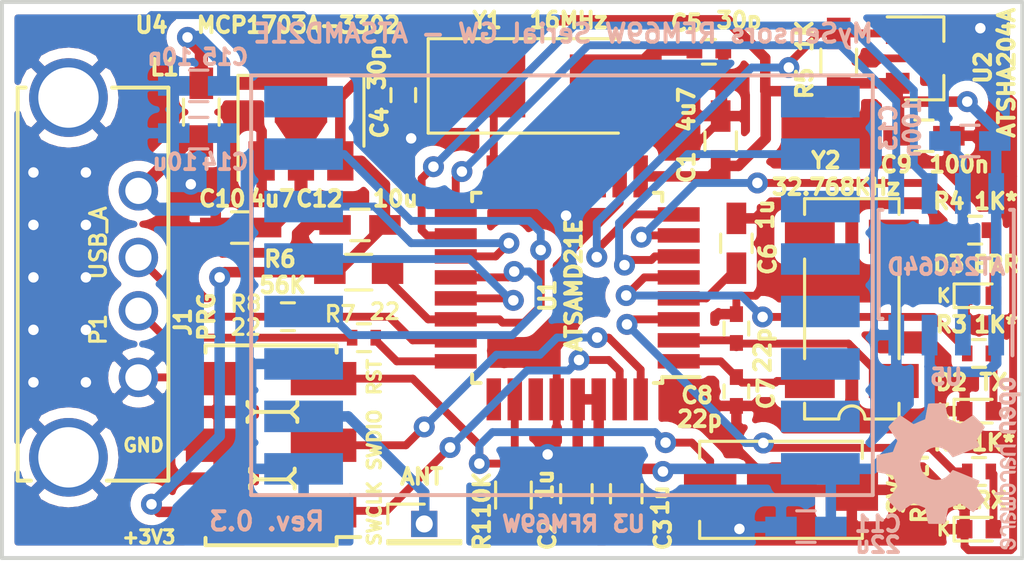
<source format=kicad_pcb>
(kicad_pcb (version 20170123) (host pcbnew no-vcs-found-feba091~58~ubuntu16.04.1)
  (layers (0 F.Cu signal) (31 B.Cu signal) (34 B.Paste user) (35 F.Paste user) (36 B.SilkS user) (37 F.SilkS user) (38 B.Mask user) (39 F.Mask user) (44 Edge.Cuts user))
  (net 0 "")
  (net 1 GND)
  (net 2 +3V3)
  (net 3 "Net-(C5-Pad1)")
  (net 4 "Net-(C6-Pad1)")
  (net 5 "Net-(C7-Pad1)")
  (net 6 "Net-(C8-Pad1)")
  (net 7 "Net-(D1-Pad2)")
  (net 8 "Net-(D2-Pad2)")
  (net 9 "Net-(D3-Pad2)")
  (net 10 /SWCLK)
  (net 11 /RST)
  (net 12 /SWDIO)
  (net 13 /USBDM)
  (net 14 /USBDP)
  (net 15 "Net-(P2-Pad1)")
  (net 16 /GW_RX_LED)
  (net 17 /GW_TX_LED)
  (net 18 /GW_ERR_LED)
  (net 19 /ATSHA204A)
  (net 20 /RFM69W_SS)
  (net 21 /MISO)
  (net 22 /SCK)
  (net 23 /MOSI)
  (net 24 /RFM69W_INT)
  (net 25 "Net-(C4-Pad1)")
  (net 26 /VBUS)
  (net 27 /SCL)
  (net 28 /SDA)
  (net 29 "Net-(C14-Pad2)")
  (net 30 "Net-(P1-Pad2)")
  (net 31 "Net-(P1-Pad3)")
  (module Resistors_SMD:R_0402 (layer F.Cu) (at 118.4 90.2 180)
    (fp_text reference R7 (at 0.9 0.9 180) (layer F.SilkS) (effects (font (size 0.6 0.6) (thickness 0.12))))
    (fp_text value 22 (at -0.8 1 180) (layer F.SilkS) (effects (font (size 0.6 0.6) (thickness 0.12))))
    (pad 1 smd rect (at -0.45 0 180) (size 0.4 0.6) (layers F.Cu F.Paste F.Mask) (net 14 /USBDP))
    (pad 2 smd rect (at 0.45 0 180) (size 0.4 0.6) (layers F.Cu F.Paste F.Mask) (net 31 "Net-(P1-Pad3)"))
  )
  (module Resistors_SMD:R_0402 (layer F.Cu) (at 115.5 89.4 180)
    (fp_text reference R8 (at 1.6 0.5 180) (layer F.SilkS) (effects (font (size 0.6 0.6) (thickness 0.12))))
    (fp_text value 22 (at 1.6 -0.4 180) (layer F.SilkS) (effects (font (size 0.6 0.6) (thickness 0.12))))
    (pad 2 smd rect (at 0.45 0 180) (size 0.4 0.6) (layers F.Cu F.Paste F.Mask) (net 30 "Net-(P1-Pad2)"))
    (pad 1 smd rect (at -0.45 0 180) (size 0.4 0.6) (layers F.Cu F.Paste F.Mask) (net 13 /USBDM))
  )
  (module myfootprints:USB_A_top (layer F.Cu) (at 109.8 84.6 270)
    (fp_text reference P1 (at 5.28886 1.52888 270) (layer F.SilkS) (effects (font (size 0.6 0.6) (thickness 0.12))))
    (fp_text value USB_A (at 1.98686 1.52888 270) (layer F.SilkS) (effects (font (size 0.6 0.6) (thickness 0.12))))
    (pad 5 thru_hole circle (at -3.55514 2.66488 180) (size 2.99974 2.99974) (drill 2.30124) (layers *.Cu *.Mask) (net 1 GND))
    (pad 5 thru_hole circle (at 10.16086 2.66488 180) (size 2.99974 2.99974) (drill 2.30124) (layers *.Cu *.Mask) (net 1 GND))
    (pad 1 thru_hole circle (at 0.00086 -0.00212 180) (size 1.50114 1.50114) (drill 1.00076) (layers *.Cu *.Mask) (net 29 "Net-(C14-Pad2)"))
    (pad 2 thru_hole circle (at 2.54086 -0.00212 180) (size 1.50114 1.50114) (drill 1.00076) (layers *.Cu *.Mask) (net 30 "Net-(P1-Pad2)"))
    (pad 3 thru_hole circle (at 4.57286 -0.00212 180) (size 1.50114 1.50114) (drill 1.00076) (layers *.Cu *.Mask) (net 31 "Net-(P1-Pad3)"))
    (pad 4 thru_hole circle (at 7.11286 -0.00212 180) (size 1.50114 1.50114) (drill 1.00076) (layers *.Cu *.Mask) (net 1 GND))
  )
  (module myfootprints:1pin (layer F.Cu) (at 107.8 91.9)
    (fp_text reference REF** hide)
    (fp_text value 1pin hide)
    (pad "" thru_hole circle (at 0 0) (size 0.8 0.8) (drill 0.4) (layers *.Cu) (net 1 GND))
  )
  (module myfootprints:1pin (layer F.Cu) (at 105.8 91.9)
    (fp_text reference REF** hide)
    (fp_text value 1pin hide)
    (pad "" thru_hole circle (at 0 0) (size 0.8 0.8) (drill 0.4) (layers *.Cu) (net 1 GND))
  )
  (module myfootprints:1pin (layer F.Cu) (at 107.8 89.9)
    (fp_text reference REF** hide)
    (fp_text value 1pin hide)
    (pad "" thru_hole circle (at 0 0) (size 0.8 0.8) (drill 0.4) (layers *.Cu) (net 1 GND))
  )
  (module myfootprints:1pin (layer F.Cu) (at 105.8 89.9)
    (fp_text reference REF** hide)
    (fp_text value 1pin hide)
    (pad "" thru_hole circle (at 0 0) (size 0.8 0.8) (drill 0.4) (layers *.Cu) (net 1 GND))
  )
  (module myfootprints:1pin (layer F.Cu) (at 107.8 87.9)
    (fp_text reference REF** hide)
    (fp_text value 1pin hide)
    (pad "" thru_hole circle (at 0 0) (size 0.8 0.8) (drill 0.4) (layers *.Cu) (net 1 GND))
  )
  (module myfootprints:1pin (layer F.Cu) (at 105.8 87.9)
    (fp_text reference REF** hide)
    (fp_text value 1pin hide)
    (pad "" thru_hole circle (at 0 0) (size 0.8 0.8) (drill 0.4) (layers *.Cu) (net 1 GND))
  )
  (module myfootprints:1pin (layer F.Cu) (at 107.8 85.9)
    (fp_text reference REF** hide)
    (fp_text value 1pin hide)
    (pad "" thru_hole circle (at 0 0) (size 0.8 0.8) (drill 0.4) (layers *.Cu) (net 1 GND))
  )
  (module myfootprints:1pin (layer F.Cu) (at 105.8 85.9)
    (fp_text reference REF** hide)
    (fp_text value 1pin hide)
    (pad "" thru_hole circle (at 0 0) (size 0.8 0.8) (drill 0.4) (layers *.Cu) (net 1 GND))
  )
  (module myfootprints:1pin (layer F.Cu) (at 107.8 83.9)
    (fp_text reference REF** hide)
    (fp_text value 1pin hide)
    (pad "" thru_hole circle (at 0 0) (size 0.8 0.8) (drill 0.4) (layers *.Cu) (net 1 GND))
  )
  (module myfootprints:1pin (layer F.Cu) (at 105.8 83.9)
    (fp_text reference REF** hide)
    (fp_text value 1pin hide)
    (pad "" thru_hole circle (at 0 0) (size 0.8 0.8) (drill 0.4) (layers *.Cu) (net 1 GND))
  )
  (module Symbols:OSHW-Logo2_7.3x6mm_SilkScreen (layer B.Cu) (at 140.7 95 270)
    (fp_text reference REF*** hide)
    (fp_text value OSHW-Logo2_7.3x6mm_SilkScreen hide)
  )
  (module Resistors_SMD:R_0402 (layer F.Cu) (at 141.7 86.1 180)
    (fp_text reference R4 (at 1 1.1 180) (layer F.SilkS) (effects (font (size 0.6 0.6))))
    (fp_text value 1K* (at -0.8 1.1 180) (layer F.SilkS) (effects (font (size 0.6 0.6))))
    (pad 1 smd rect (at -0.45 0 180) (size 0.4 0.6) (layers F.Cu F.Paste F.Mask) (net 9 "Net-(D3-Pad2)"))
    (pad 2 smd rect (at 0.45 0 180) (size 0.4 0.6) (layers F.Cu F.Paste F.Mask) (net 18 /GW_ERR_LED))
  )
  (module Resistors_SMD:R_0402 (layer F.Cu) (at 141.85 95.3 180)
    (fp_text reference R2 (at 1.15 1.1 180) (layer F.SilkS) (effects (font (size 0.6 0.6))))
    (fp_text value 1K* (at -0.55 1.1 180) (layer F.SilkS) (effects (font (size 0.6 0.6))))
    (pad 1 smd rect (at -0.45 0 180) (size 0.4 0.6) (layers F.Cu F.Paste F.Mask) (net 7 "Net-(D1-Pad2)"))
    (pad 2 smd rect (at 0.45 0 180) (size 0.4 0.6) (layers F.Cu F.Paste F.Mask) (net 16 /GW_RX_LED))
  )
  (module Resistors_SMD:R_0402 (layer F.Cu) (at 141.85 90.8 180)
    (fp_text reference R3 (at 1.05 1.1 180) (layer F.SilkS) (effects (font (size 0.6 0.6))))
    (fp_text value 1K* (at -0.65 1.1 180) (layer F.SilkS) (effects (font (size 0.6 0.6))))
    (pad 1 smd rect (at -0.45 0 180) (size 0.4 0.6) (layers F.Cu F.Paste F.Mask) (net 8 "Net-(D2-Pad2)"))
    (pad 2 smd rect (at 0.45 0 180) (size 0.4 0.6) (layers F.Cu F.Paste F.Mask) (net 17 /GW_TX_LED))
  )
  (module LEDs:LED_0402 (layer F.Cu) (at 141.85 88.6)
    (fp_text reference D3 (at -1.15 -1.2) (layer F.SilkS) (effects (font (size 0.6 0.6))))
    (fp_text value ERR (at 0.65 -1.2 -180) (layer F.SilkS) (effects (font (size 0.6 0.6))))
    (pad 2 smd rect (at 0.55 0 180) (size 0.6 0.7) (layers F.Cu F.Paste F.Mask) (net 9 "Net-(D3-Pad2)"))
    (pad 1 smd rect (at -0.55 0 180) (size 0.6 0.7) (layers F.Cu F.Paste F.Mask) (net 1 GND))
  )
  (module LEDs:LED_0402 (layer F.Cu) (at 141.85 93)
    (fp_text reference D2 (at -1.05 -1.1) (layer F.SilkS) (effects (font (size 0.6 0.6))))
    (fp_text value TX (at 0.55 -1.1 -180) (layer F.SilkS) (effects (font (size 0.6 0.6))))
    (pad 2 smd rect (at 0.55 0 180) (size 0.6 0.7) (layers F.Cu F.Paste F.Mask) (net 8 "Net-(D2-Pad2)"))
    (pad 1 smd rect (at -0.55 0 180) (size 0.6 0.7) (layers F.Cu F.Paste F.Mask) (net 1 GND))
  )
  (module LEDs:LED_0402 (layer F.Cu) (at 141.85 97.5)
    (fp_text reference D1 (at -1.05 -1.1) (layer F.SilkS) (effects (font (size 0.6 0.6))))
    (fp_text value RX (at 0.45 -1.1) (layer F.SilkS) (effects (font (size 0.6 0.6))))
    (pad 2 smd rect (at 0.55 0 180) (size 0.6 0.7) (layers F.Cu F.Paste F.Mask) (net 7 "Net-(D1-Pad2)"))
    (pad 1 smd rect (at -0.55 0 180) (size 0.6 0.7) (layers F.Cu F.Paste F.Mask) (net 1 GND))
  )
  (module Crystals:Crystal_SMD_SeikoEpson_MC306-4pin_8.0x3.2mm (layer F.Cu) (at 137 89.1 90)
    (fp_text reference Y2 (at 5.661 -0.983 -180) (layer F.SilkS) (effects (font (size 0.6 0.6))))
    (fp_text value 32.768KHz (at 4.645 -0.602) (layer F.SilkS) (effects (font (size 0.6 0.6))))
    (pad 1 smd rect (at -2.75 1.6 90) (size 1.3 1.9) (layers F.Cu F.Mask) (net 5 "Net-(C7-Pad1)"))
    (pad 2 smd rect (at 2.75 1.6 90) (size 1.3 1.9) (layers F.Cu F.Mask))
    (pad 3 smd rect (at 2.75 -1.6 90) (size 1.3 1.9) (layers F.Cu F.Mask))
    (pad 4 smd rect (at -2.75 -1.6 90) (size 1.3 1.9) (layers F.Cu F.Mask) (net 6 "Net-(C8-Pad1)"))
  )
  (module Pin_Headers:Pin_Header_Straight_1x01_Pitch1.27mm (layer F.Cu) (at 120.7 97.3)
    (fp_text reference P2 hide)
    (fp_text value ANT (at -0.1 -1.8) (layer F.SilkS) (effects (font (size 0.6 0.6))))
    (pad 1 thru_hole rect (at 0 0) (size 1 1) (drill 0.65) (layers *.Cu *.Mask) (net 15 "Net-(P2-Pad1)"))
  )
  (module Capacitors_SMD:C_0603_HandSoldering (layer F.Cu) (at 132.6 86.6 90)
    (fp_text reference C6 (at -0.6 1.2 270) (layer F.SilkS) (effects (font (size 0.6 0.6))))
    (fp_text value 1u (at 1.1 1.1 270) (layer F.SilkS) (effects (font (size 0.6 0.6))))
    (pad 1 smd rect (at -0.95 0 90) (size 1.2 0.75) (layers F.Cu F.Paste F.Mask) (net 4 "Net-(C6-Pad1)"))
    (pad 2 smd rect (at 0.95 0 90) (size 1.2 0.75) (layers F.Cu F.Paste F.Mask) (net 1 GND))
  )
  (module Capacitors_SMD:C_0402 (layer F.Cu) (at 132.6 89.85 90)
    (fp_text reference C7 (at -2.479 1.131 90) (layer F.SilkS) (effects (font (size 0.6 0.6))))
    (fp_text value 22p (at -0.828 1.004 90) (layer F.SilkS) (effects (font (size 0.6 0.6))))
    (pad 1 smd rect (at -0.55 0 90) (size 0.6 0.5) (layers F.Cu F.Paste F.Mask) (net 5 "Net-(C7-Pad1)"))
    (pad 2 smd rect (at 0.55 0 90) (size 0.6 0.5) (layers F.Cu F.Paste F.Mask) (net 1 GND))
  )
  (module Capacitors_SMD:C_0402 (layer F.Cu) (at 119.9 80.95 270)
    (fp_text reference C4 (at 1.05 0.9 270) (layer F.SilkS) (effects (font (size 0.6 0.6))))
    (fp_text value 30p (at -1.05 1 270) (layer F.SilkS) (effects (font (size 0.6 0.6))))
    (pad 1 smd rect (at -0.55 0 270) (size 0.6 0.5) (layers F.Cu F.Paste F.Mask) (net 25 "Net-(C4-Pad1)"))
    (pad 2 smd rect (at 0.55 0 270) (size 0.6 0.5) (layers F.Cu F.Paste F.Mask) (net 1 GND))
  )
  (module Capacitors_SMD:C_0603_HandSoldering (layer F.Cu) (at 139.75 82.5)
    (fp_text reference C9 (at -1.05 1.1) (layer F.SilkS) (effects (font (size 0.6 0.6))))
    (fp_text value 100n (at 1.35 1.1) (layer F.SilkS) (effects (font (size 0.6 0.6))))
    (pad 1 smd rect (at -0.95 0) (size 1.2 0.75) (layers F.Cu F.Paste F.Mask) (net 2 +3V3))
    (pad 2 smd rect (at 0.95 0) (size 1.2 0.75) (layers F.Cu F.Paste F.Mask) (net 1 GND))
  )
  (module Capacitors_SMD:C_0603_HandSoldering (layer F.Cu) (at 132 82.7 90)
    (fp_text reference C1 (at -1 -1.3 90) (layer F.SilkS) (effects (font (size 0.6 0.6))))
    (fp_text value 4u7 (at 1.2 -1.3 90) (layer F.SilkS) (effects (font (size 0.6 0.6))))
    (pad 2 smd rect (at 0.95 0 90) (size 1.2 0.75) (layers F.Cu F.Paste F.Mask) (net 1 GND))
    (pad 1 smd rect (at -0.95 0 90) (size 1.2 0.75) (layers F.Cu F.Paste F.Mask) (net 2 +3V3))
  )
  (module Capacitors_SMD:C_0603_HandSoldering (layer F.Cu) (at 126.5 96.15 90)
    (fp_text reference C2 (at -1.55 -1.1 90) (layer F.SilkS) (effects (font (size 0.6 0.6))))
    (fp_text value 1u (at 0.35 -1.2 90) (layer F.SilkS) (effects (font (size 0.6 0.6))))
    (pad 2 smd rect (at 0.95 0 90) (size 1.2 0.75) (layers F.Cu F.Paste F.Mask) (net 2 +3V3))
    (pad 1 smd rect (at -0.95 0 90) (size 1.2 0.75) (layers F.Cu F.Paste F.Mask) (net 1 GND))
  )
  (module Capacitors_SMD:C_0603_HandSoldering (layer F.Cu) (at 128.4 96.15 270)
    (fp_text reference C3 (at 1.55 -1.4 270) (layer F.SilkS) (effects (font (size 0.6 0.6))))
    (fp_text value 1u (at 0.25 -1.3 270) (layer F.SilkS) (effects (font (size 0.6 0.6))))
    (pad 1 smd rect (at -0.95 0 270) (size 1.2 0.75) (layers F.Cu F.Paste F.Mask) (net 2 +3V3))
    (pad 2 smd rect (at 0.95 0 270) (size 1.2 0.75) (layers F.Cu F.Paste F.Mask) (net 1 GND))
  )
  (module Capacitors_SMD:C_0402 (layer F.Cu) (at 131.55 79.3)
    (fp_text reference C5 (at -0.85 -1.1) (layer F.SilkS) (effects (font (size 0.6 0.6))))
    (fp_text value 30p (at 1.15 -1.2) (layer F.SilkS) (effects (font (size 0.6 0.6))))
    (pad 1 smd rect (at -0.55 0) (size 0.6 0.5) (layers F.Cu F.Paste F.Mask) (net 3 "Net-(C5-Pad1)"))
    (pad 2 smd rect (at 0.55 0) (size 0.6 0.5) (layers F.Cu F.Paste F.Mask) (net 1 GND))
  )
  (module Capacitors_SMD:C_0402 (layer F.Cu) (at 132.6 92.25 270)
    (fp_text reference C8 (at 0.15 1.5) (layer F.SilkS) (effects (font (size 0.6 0.6))))
    (fp_text value 22p (at 1.05 1.4) (layer F.SilkS) (effects (font (size 0.6 0.6))))
    (pad 1 smd rect (at -0.55 0 270) (size 0.6 0.5) (layers F.Cu F.Paste F.Mask) (net 6 "Net-(C8-Pad1)"))
    (pad 2 smd rect (at 0.55 0 270) (size 0.6 0.5) (layers F.Cu F.Paste F.Mask) (net 1 GND))
  )
  (module Capacitors_SMD:C_0603_HandSoldering (layer F.Cu) (at 113.7 86 180)
    (fp_text reference C10 (at 0.7 1.1 180) (layer F.SilkS) (effects (font (size 0.6 0.6))))
    (fp_text value 4u7 (at -1.2 1.1 180) (layer F.SilkS) (effects (font (size 0.6 0.6))))
    (pad 1 smd rect (at -0.95 0 180) (size 1.2 0.75) (layers F.Cu F.Paste F.Mask) (net 26 /VBUS))
    (pad 2 smd rect (at 0.95 0 180) (size 1.2 0.75) (layers F.Cu F.Paste F.Mask) (net 1 GND))
  )
  (module Capacitors_SMD:C_0603_HandSoldering (layer B.Cu) (at 135.25 97.4 180)
    (fp_text reference C11 (at -2.75 0.1 180) (layer B.SilkS) (effects (font (size 0.6 0.6)) (justify mirror)))
    (fp_text value 22u (at -2.75 -0.7 180) (layer B.SilkS) (effects (font (size 0.6 0.6)) (justify mirror)))
    (pad 2 smd rect (at 0.95 0 180) (size 1.2 0.75) (layers B.Cu B.Paste B.Mask) (net 1 GND))
    (pad 1 smd rect (at -0.95 0 180) (size 1.2 0.75) (layers B.Cu B.Paste B.Mask) (net 2 +3V3))
  )
  (module Capacitors_SMD:C_0603_HandSoldering (layer F.Cu) (at 118.25 85.9 180)
    (fp_text reference C12 (at 1.55 1 180) (layer F.SilkS) (effects (font (size 0.6 0.6))))
    (fp_text value 10u (at -1.35 1 180) (layer F.SilkS) (effects (font (size 0.6 0.6))))
    (pad 1 smd rect (at -0.95 0 180) (size 1.2 0.75) (layers F.Cu F.Paste F.Mask) (net 2 +3V3))
    (pad 2 smd rect (at 0.95 0 180) (size 1.2 0.75) (layers F.Cu F.Paste F.Mask) (net 1 GND))
  )
  (module myfootprints:AVR_ISP_SMT_Small_02x03 (layer F.Cu) (at 114.86 94.3 90)
    (fp_text reference J1 (at 4.7 -3.36 270) (layer F.SilkS) (effects (font (size 0.6 0.6))))
    (fp_text value PRG (at 4.9 -2.46 270) (layer F.SilkS) (effects (font (size 0.6 0.6))))
    (pad 1 smd rect (at -2.5 2 90) (size 1.27 2.5) (layers F.Cu F.Paste F.Mask) (net 10 /SWCLK))
    (pad 3 smd rect (at 0 2 90) (size 1.27 2.5) (layers F.Cu F.Paste F.Mask) (net 12 /SWDIO))
    (pad 5 smd rect (at 2.54 2 90) (size 1.27 2.5) (layers F.Cu F.Paste F.Mask) (net 11 /RST))
    (pad 6 smd rect (at 2.54 -2 90) (size 1.27 2.5) (layers F.Cu F.Paste F.Mask) (net 1 GND))
    (pad 4 smd rect (at 0 -2 90) (size 1.27 2.5) (layers F.Cu F.Paste F.Mask) (net 1 GND))
    (pad 2 smd rect (at -2.54 -2 90) (size 1.27 2.5) (layers F.Cu F.Paste F.Mask) (net 2 +3V3))
  )
  (module Resistors_SMD:R_0603_HandSoldering (layer F.Cu) (at 112.2 81.6 90)
    (fp_text reference L1 (at 1.7 -1.4 180) (layer F.SilkS) (effects (font (size 0.6 0.6))))
    (fp_text value BLM18HE152SN1D hide)
    (pad 2 smd rect (at 1.1 0 90) (size 1.2 0.9) (layers F.Cu F.Paste F.Mask) (net 26 /VBUS))
    (pad 1 smd rect (at -1.1 0 90) (size 1.2 0.9) (layers F.Cu F.Paste F.Mask) (net 29 "Net-(C14-Pad2)"))
  )
  (module Resistors_SMD:R_0603_HandSoldering (layer F.Cu) (at 124.1 96.2 270)
    (fp_text reference R1 (at 1.5 1.2 270) (layer F.SilkS) (effects (font (size 0.6 0.6))))
    (fp_text value 10K (at 0 1.2 270) (layer F.SilkS) (effects (font (size 0.6 0.6))))
    (pad 2 smd rect (at 1.1 0 270) (size 1.2 0.9) (layers F.Cu F.Paste F.Mask) (net 2 +3V3))
    (pad 1 smd rect (at -1.1 0 270) (size 1.2 0.9) (layers F.Cu F.Paste F.Mask) (net 11 /RST))
  )
  (module Resistors_SMD:R_0603_HandSoldering (layer F.Cu) (at 136.5 79.7 270)
    (fp_text reference R5 (at 0.8 1.3 270) (layer F.SilkS) (effects (font (size 0.6 0.6))))
    (fp_text value 1K (at -1 1.3 270) (layer F.SilkS) (effects (font (size 0.6 0.6))))
    (pad 1 smd rect (at -1.1 0 270) (size 1.2 0.9) (layers F.Cu F.Paste F.Mask) (net 19 /ATSHA204A))
    (pad 2 smd rect (at 1.1 0 270) (size 1.2 0.9) (layers F.Cu F.Paste F.Mask) (net 2 +3V3))
  )
  (module Resistors_SMD:R_0603_HandSoldering (layer F.Cu) (at 118.2 87.7 180)
    (fp_text reference R6 (at 3 0.5) (layer F.SilkS) (effects (font (size 0.6 0.6))))
    (fp_text value 56K (at 2.9 -0.5) (layer F.SilkS) (effects (font (size 0.6 0.6))))
    (pad 1 smd rect (at -1.1 0 180) (size 1.2 0.9) (layers F.Cu F.Paste F.Mask) (net 20 /RFM69W_SS))
    (pad 2 smd rect (at 1.1 0 180) (size 1.2 0.9) (layers F.Cu F.Paste F.Mask) (net 2 +3V3))
  )
  (module Buttons_Switches_SMD:SW_SPST_EVQPE1 (layer F.Cu) (at 134.3 96)
    (fp_text reference SW1 (at 4.4 0 90) (layer F.SilkS) (effects (font (size 0.6 0.6))))
    (fp_text value RESET (at 5.3 -0.1 90) (layer F.SilkS) (effects (font (size 0.6 0.6))))
    (pad 1 smd rect (at -2.7 0) (size 2 1.6) (layers F.Cu F.Paste F.Mask) (net 11 /RST))
    (pad 2 smd rect (at 2.7 0) (size 2 1.6) (layers F.Cu F.Paste F.Mask) (net 1 GND))
  )
  (module Housings_QFP:TQFP-32_7x7mm_Pitch0.8mm (layer F.Cu) (at 126.15 88.3 180)
    (fp_text reference U1 (at 0.75 -0.3 270) (layer F.SilkS) (effects (font (size 0.6 0.6))))
    (fp_text value ATSAMD21E (at -0.25 0.1 270) (layer F.SilkS) (effects (font (size 0.6 0.6))))
    (pad 32 smd rect (at -2.8 -4.25 270) (size 1.6 0.55) (layers F.Cu F.Paste F.Mask) (net 12 /SWDIO))
    (pad 31 smd rect (at -2 -4.25 270) (size 1.6 0.55) (layers F.Cu F.Paste F.Mask) (net 10 /SWCLK))
    (pad 30 smd rect (at -1.2 -4.25 270) (size 1.6 0.55) (layers F.Cu F.Paste F.Mask) (net 2 +3V3))
    (pad 29 smd rect (at -0.4 -4.25 270) (size 1.6 0.55) (layers F.Cu F.Paste F.Mask) (net 2 +3V3))
    (pad 28 smd rect (at 0.4 -4.25 270) (size 1.6 0.55) (layers F.Cu F.Paste F.Mask) (net 1 GND))
    (pad 27 smd rect (at 1.2 -4.25 270) (size 1.6 0.55) (layers F.Cu F.Paste F.Mask))
    (pad 26 smd rect (at 2 -4.25 270) (size 1.6 0.55) (layers F.Cu F.Paste F.Mask) (net 11 /RST))
    (pad 25 smd rect (at 2.8 -4.25 270) (size 1.6 0.55) (layers F.Cu F.Paste F.Mask))
    (pad 24 smd rect (at 4.25 -2.8 180) (size 1.6 0.55) (layers F.Cu F.Paste F.Mask) (net 14 /USBDP))
    (pad 23 smd rect (at 4.25 -2 180) (size 1.6 0.55) (layers F.Cu F.Paste F.Mask) (net 13 /USBDM))
    (pad 22 smd rect (at 4.25 -1.2 180) (size 1.6 0.55) (layers F.Cu F.Paste F.Mask) (net 20 /RFM69W_SS))
    (pad 21 smd rect (at 4.25 -0.4 180) (size 1.6 0.55) (layers F.Cu F.Paste F.Mask) (net 21 /MISO))
    (pad 20 smd rect (at 4.25 0.4 180) (size 1.6 0.55) (layers F.Cu F.Paste F.Mask) (net 22 /SCK))
    (pad 19 smd rect (at 4.25 1.2 180) (size 1.6 0.55) (layers F.Cu F.Paste F.Mask) (net 23 /MOSI))
    (pad 18 smd rect (at 4.25 2 180) (size 1.6 0.55) (layers F.Cu F.Paste F.Mask) (net 27 /SCL))
    (pad 17 smd rect (at 4.25 2.8 180) (size 1.6 0.55) (layers F.Cu F.Paste F.Mask) (net 28 /SDA))
    (pad 16 smd rect (at 2.8 4.25 270) (size 1.6 0.55) (layers F.Cu F.Paste F.Mask) (net 25 "Net-(C4-Pad1)"))
    (pad 15 smd rect (at 2 4.25 270) (size 1.6 0.55) (layers F.Cu F.Paste F.Mask) (net 3 "Net-(C5-Pad1)"))
    (pad 14 smd rect (at 1.2 4.25 270) (size 1.6 0.55) (layers F.Cu F.Paste F.Mask))
    (pad 13 smd rect (at 0.4 4.25 270) (size 1.6 0.55) (layers F.Cu F.Paste F.Mask))
    (pad 12 smd rect (at -0.4 4.25 270) (size 1.6 0.55) (layers F.Cu F.Paste F.Mask))
    (pad 11 smd rect (at -1.2 4.25 270) (size 1.6 0.55) (layers F.Cu F.Paste F.Mask))
    (pad 10 smd rect (at -2 4.25 270) (size 1.6 0.55) (layers F.Cu F.Paste F.Mask) (net 1 GND))
    (pad 9 smd rect (at -2.8 4.25 270) (size 1.6 0.55) (layers F.Cu F.Paste F.Mask) (net 2 +3V3))
    (pad 8 smd rect (at -4.25 2.8 180) (size 1.6 0.55) (layers F.Cu F.Paste F.Mask) (net 19 /ATSHA204A))
    (pad 7 smd rect (at -4.25 2 180) (size 1.6 0.55) (layers F.Cu F.Paste F.Mask) (net 18 /GW_ERR_LED))
    (pad 6 smd rect (at -4.25 1.2 180) (size 1.6 0.55) (layers F.Cu F.Paste F.Mask) (net 24 /RFM69W_INT))
    (pad 5 smd rect (at -4.25 0.4 180) (size 1.6 0.55) (layers F.Cu F.Paste F.Mask) (net 17 /GW_TX_LED))
    (pad 4 smd rect (at -4.25 -0.4 180) (size 1.6 0.55) (layers F.Cu F.Paste F.Mask) (net 4 "Net-(C6-Pad1)"))
    (pad 3 smd rect (at -4.25 -1.2 180) (size 1.6 0.55) (layers F.Cu F.Paste F.Mask) (net 16 /GW_RX_LED))
    (pad 2 smd rect (at -4.25 -2 180) (size 1.6 0.55) (layers F.Cu F.Paste F.Mask) (net 5 "Net-(C7-Pad1)"))
    (pad 1 smd rect (at -4.25 -2.8 180) (size 1.6 0.55) (layers F.Cu F.Paste F.Mask) (net 6 "Net-(C8-Pad1)"))
  )
  (module TO_SOT_Packages_SMD:SOT-23 (layer F.Cu) (at 139.75 79.55)
    (fp_text reference U2 (at 2.25 0.35 90) (layer F.SilkS) (effects (font (size 0.6 0.6))))
    (fp_text value ATSHA204A (at 3.15 0.55 90) (layer F.SilkS) (effects (font (size 0.6 0.6))))
    (pad 3 smd rect (at 1 0) (size 0.9 0.8) (layers F.Cu F.Paste F.Mask) (net 1 GND))
    (pad 2 smd rect (at -1 0.95) (size 0.9 0.8) (layers F.Cu F.Paste F.Mask) (net 2 +3V3))
    (pad 1 smd rect (at -1 -0.95) (size 0.9 0.8) (layers F.Cu F.Paste F.Mask) (net 19 /ATSHA204A))
  )
  (module mysensors_radios:RFM69HW_SMD_Handsoldering (layer B.Cu) (at 134.4 81.2 180)
    (fp_text reference U3 (at 5.9 -16.1 180) (layer B.SilkS) (effects (font (size 0.6 0.6)) (justify mirror)))
    (fp_text value RFM69W (at 8.9 -16.1 180) (layer B.SilkS) (effects (font (size 0.6 0.6)) (justify mirror)))
    (pad 16 smd rect (at 18.3 0 180) (size 3 1.2) (layers B.Cu B.Paste B.Mask))
    (pad 15 smd rect (at 18.3 -2 180) (size 3 1.2) (layers B.Cu B.Paste B.Mask) (net 20 /RFM69W_SS))
    (pad 14 smd rect (at 18.3 -4 180) (size 3 1.2) (layers B.Cu B.Paste B.Mask) (net 23 /MOSI))
    (pad 13 smd rect (at 18.3 -6 180) (size 3 1.2) (layers B.Cu B.Paste B.Mask) (net 21 /MISO))
    (pad 12 smd rect (at 18.3 -8 180) (size 3 1.2) (layers B.Cu B.Paste B.Mask) (net 22 /SCK))
    (pad 11 smd rect (at 18.3 -10 180) (size 3 1.2) (layers B.Cu B.Paste B.Mask) (net 1 GND))
    (pad 10 smd rect (at 18.3 -12 180) (size 3 1.2) (layers B.Cu B.Paste B.Mask) (net 15 "Net-(P2-Pad1)"))
    (pad 9 smd rect (at 18.3 -14 180) (size 3 1.2) (layers B.Cu B.Paste B.Mask) (net 1 GND))
    (pad 8 smd rect (at -1.4 -14 180) (size 3 1.2) (layers B.Cu B.Paste B.Mask) (net 2 +3V3))
    (pad 7 smd rect (at -1.4 -12 180) (size 3 1.2) (layers B.Cu B.Paste B.Mask))
    (pad 6 smd rect (at -1.4 -10 180) (size 3 1.2) (layers B.Cu B.Paste B.Mask))
    (pad 5 smd rect (at -1.4 -8 180) (size 3 1.2) (layers B.Cu B.Paste B.Mask))
    (pad 4 smd rect (at -1.4 -6 180) (size 3 1.2) (layers B.Cu B.Paste B.Mask))
    (pad 3 smd rect (at -1.4 -4 180) (size 3 1.2) (layers B.Cu B.Paste B.Mask))
    (pad 2 smd rect (at -1.4 -2 180) (size 3 1.2) (layers B.Cu B.Paste B.Mask) (net 24 /RFM69W_INT))
    (pad 1 smd rect (at -1.4 0 180) (size 3 1.2) (layers B.Cu B.Paste B.Mask))
  )
  (module TO_SOT_Packages_SMD:SOT89-3_Housing (layer F.Cu) (at 116 81.98 90)
    (fp_text reference U4 (at 3.7 -5.7 180) (layer F.SilkS) (effects (font (size 0.6 0.6))))
    (fp_text value MCP1703A-3302 (at 3.7 -0.1 180) (layer F.SilkS) (effects (font (size 0.6 0.6))))
    (pad 2 smd trapezoid (at -0.37 0 180) (size 1.5 0.75) (rect_delta 0 0.5) (layers F.Cu F.Paste F.Mask) (net 26 /VBUS))
    (pad 2 smd rect (at 1.48 0) (size 2 3) (layers F.Cu F.Paste F.Mask) (net 26 /VBUS))
    (pad 3 smd rect (at -1.48 1.5) (size 1 1.5) (layers F.Cu F.Paste F.Mask) (net 2 +3V3))
    (pad 2 smd rect (at -1.48 0) (size 1 1.5) (layers F.Cu F.Paste F.Mask) (net 26 /VBUS))
    (pad 1 smd rect (at -1.48 -1.5) (size 1 1.5) (layers F.Cu F.Paste F.Mask) (net 1 GND))
  )
  (module Crystals:Crystal_SMD_5032-2pin_5.0x3.2mm_HandSoldering (layer F.Cu) (at 125.4 80.6)
    (fp_text reference Y1 (at -2.3 -2.5) (layer F.SilkS) (effects (font (size 0.6 0.6))))
    (fp_text value 16MHz (at 0.8 -2.5) (layer F.SilkS) (effects (font (size 0.6 0.6))))
    (pad 2 smd rect (at 2.6 0) (size 3.5 2.4) (layers F.Cu F.Mask) (net 3 "Net-(C5-Pad1)"))
    (pad 1 smd rect (at -2.6 0) (size 3.5 2.4) (layers F.Cu F.Mask) (net 25 "Net-(C4-Pad1)"))
  )
  (module Capacitors_SMD:C_0603_HandSoldering (layer B.Cu) (at 141.5 82.7 180)
    (fp_text reference C13 (at 3.1 0.5 270) (layer B.SilkS) (effects (font (size 0.6 0.6)) (justify mirror)))
    (fp_text value 100n (at 2.2 0.5 270) (layer B.SilkS) (effects (font (size 0.6 0.6)) (justify mirror)))
    (pad 2 smd rect (at 0.95 0 180) (size 1.2 0.75) (layers B.Cu B.Paste B.Mask) (net 1 GND))
    (pad 1 smd rect (at -0.95 0 180) (size 1.2 0.75) (layers B.Cu B.Paste B.Mask) (net 2 +3V3))
  )
  (module Housings_SOIC:SOIC-8_3.9x4.9mm_Pitch1.27mm (layer B.Cu) (at 140.6 87.4 90)
    (fp_text reference U5 (at -4.3 0) (layer B.SilkS) (effects (font (size 0.6 0.6)) (justify mirror)))
    (fp_text value AT24C64D (at -0.1 0) (layer B.SilkS) (effects (font (size 0.6 0.6)) (justify mirror)))
    (pad 8 smd rect (at 2.7 1.905 90) (size 1.55 0.6) (layers B.Cu B.Paste B.Mask) (net 2 +3V3))
    (pad 7 smd rect (at 2.7 0.635 90) (size 1.55 0.6) (layers B.Cu B.Paste B.Mask) (net 1 GND))
    (pad 6 smd rect (at 2.7 -0.635 90) (size 1.55 0.6) (layers B.Cu B.Paste B.Mask) (net 27 /SCL))
    (pad 5 smd rect (at 2.7 -1.905 90) (size 1.55 0.6) (layers B.Cu B.Paste B.Mask) (net 28 /SDA))
    (pad 4 smd rect (at -2.7 -1.905 90) (size 1.55 0.6) (layers B.Cu B.Paste B.Mask) (net 1 GND))
    (pad 3 smd rect (at -2.7 -0.635 90) (size 1.55 0.6) (layers B.Cu B.Paste B.Mask) (net 2 +3V3))
    (pad 2 smd rect (at -2.7 0.635 90) (size 1.55 0.6) (layers B.Cu B.Paste B.Mask) (net 1 GND))
    (pad 1 smd rect (at -2.7 1.905 90) (size 1.55 0.6) (layers B.Cu B.Paste B.Mask) (net 2 +3V3))
  )
  (module Capacitors_SMD:C_0603_HandSoldering (layer B.Cu) (at 112.1 82.4)
    (fp_text reference C14 (at 1 1.1) (layer B.SilkS) (effects (font (size 0.6 0.6)) (justify mirror)))
    (fp_text value 10u (at -0.9 1.1) (layer B.SilkS) (effects (font (size 0.6 0.6)) (justify mirror)))
    (pad 2 smd rect (at 0.95 0) (size 1.2 0.75) (layers B.Cu B.Paste B.Mask) (net 29 "Net-(C14-Pad2)"))
    (pad 1 smd rect (at -0.95 0) (size 1.2 0.75) (layers B.Cu B.Paste B.Mask) (net 1 GND))
  )
  (module Capacitors_SMD:C_0603_HandSoldering (layer B.Cu) (at 112.1 80.6)
    (fp_text reference C15 (at 1 -1.1) (layer B.SilkS) (effects (font (size 0.6 0.6)) (justify mirror)))
    (fp_text value 10n (at -1.1 -1.1) (layer B.SilkS) (effects (font (size 0.6 0.6)) (justify mirror)))
    (pad 2 smd rect (at 0.95 0) (size 1.2 0.75) (layers B.Cu B.Paste B.Mask) (net 26 /VBUS))
    (pad 1 smd rect (at -0.95 0) (size 1.2 0.75) (layers B.Cu B.Paste B.Mask) (net 1 GND))
  )
  (gr_text K (at 140.5 97.5) (layer F.SilkS) (effects (font (size 0.5 0.5) (thickness 0.125))))
  (gr_text K (at 140.5 93) (layer F.SilkS) (effects (font (size 0.5 0.5) (thickness 0.125))))
  (gr_text K (at 140.5 88.6) (layer F.SilkS) (effects (font (size 0.5 0.5) (thickness 0.125))))
  (gr_text "MySensors RFM69W Serial GW - ATSAMD21E" (at 126 78.6) (layer B.SilkS) (effects (font (size 0.7 0.7)) (justify mirror)))
  (gr_text "Rev. 0.3" (at 114.7 97.2) (layer B.SilkS) (effects (font (size 0.7 0.7)) (justify mirror)))
  (gr_text +3V3 (at 110.2 97.8) (layer F.SilkS) (effects (font (size 0.5 0.5) (thickness 0.125))))
  (gr_text GND (at 110 94.3) (layer F.SilkS) (effects (font (size 0.5 0.5) (thickness 0.125))))
  (gr_text SWCLK (at 118.8 96.9 90) (layer F.SilkS) (effects (font (size 0.5 0.5) (thickness 0.125))))
  (gr_text RST (at 118.8 91.7 90) (layer F.SilkS) (effects (font (size 0.5 0.5) (thickness 0.125))))
  (gr_text SWDIO (at 118.8 94.1 90) (layer F.SilkS) (effects (font (size 0.5 0.5) (thickness 0.125))))
  (gr_line (start 104.6 77.399764) (end 104.6 98.6) (layer Edge.Cuts) (width 0.15))
  (gr_line (start 143.5 98.6) (end 104.6 98.6) (layer Edge.Cuts) (width 0.15))
  (gr_line (start 143.5 77.399764) (end 143.5 98.6) (layer Edge.Cuts) (width 0.15))
  (gr_line (start 104.6 77.4) (end 143.5 77.4) (layer Edge.Cuts) (width 0.15))
  (segment (start 132.715079 97.490477) (end 125.509312 97.490477) (width 0.3) (layer B.Cu) (net 1))
  (segment (start 125.509312 97.490477) (end 125.404656 97.385821) (width 0.3) (layer B.Cu) (net 1))
  (segment (start 110.3 77.9) (end 116.065685 77.9) (width 0.3) (layer B.Cu) (net 1))
  (segment (start 116.065685 77.9) (end 120.2 82.034315) (width 0.3) (layer B.Cu) (net 1))
  (segment (start 120.2 82.034315) (end 120.2 82.6) (width 0.3) (layer B.Cu) (net 1))
  (segment (start 108.655009 79.544991) (end 110.3 77.9) (width 0.3) (layer B.Cu) (net 1))
  (segment (start 107.13512 81.04486) (end 108.634989 79.544991) (width 0.3) (layer B.Cu) (net 1))
  (segment (start 108.634989 79.544991) (end 108.655009 79.544991) (width 0.3) (layer B.Cu) (net 1))
  (segment (start 115.2 95.2) (end 114.2 95.2) (width 0.3) (layer B.Cu) (net 1))
  (segment (start 114.2 95.2) (end 111.9 97.5) (width 0.3) (layer B.Cu) (net 1))
  (segment (start 111.9 97.5) (end 109.87426 97.5) (width 0.3) (layer B.Cu) (net 1))
  (segment (start 109.87426 97.5) (end 107.13512 94.76086) (width 0.3) (layer B.Cu) (net 1))
  (segment (start 116.1 91.2) (end 114.3 91.2) (width 0.3) (layer B.Cu) (net 1))
  (segment (start 114.3 91.2) (end 114.149999 91.350001) (width 0.3) (layer B.Cu) (net 1))
  (segment (start 114.149999 91.350001) (end 114.149999 95.2) (width 0.3) (layer B.Cu) (net 1))
  (segment (start 114.149999 95.2) (end 115.2 95.2) (width 0.3) (layer B.Cu) (net 1))
  (segment (start 115.2 95.2) (end 116.1 95.2) (width 0.3) (layer B.Cu) (net 1))
  (segment (start 117.3 85.9) (end 116.5 85.9) (width 0.3) (layer F.Cu) (net 1))
  (segment (start 116.5 85.9) (end 115.4 87) (width 0.3) (layer F.Cu) (net 1))
  (segment (start 115.4 87) (end 113 87) (width 0.3) (layer F.Cu) (net 1))
  (segment (start 112.75 86.75) (end 112.75 86) (width 0.3) (layer F.Cu) (net 1))
  (segment (start 113 87) (end 112.75 86.75) (width 0.3) (layer F.Cu) (net 1))
  (segment (start 120.845389 85.145389) (end 120.2 84.5) (width 0.3) (layer B.Cu) (net 1))
  (segment (start 120.2 84.5) (end 120.2 82.6) (width 0.3) (layer B.Cu) (net 1))
  (segment (start 125.705238 85.145389) (end 120.845389 85.145389) (width 0.3) (layer B.Cu) (net 1))
  (segment (start 126.105237 85.545388) (end 125.705238 85.145389) (width 0.3) (layer B.Cu) (net 1))
  (segment (start 111.15 82.4) (end 108.49026 82.4) (width 0.3) (layer B.Cu) (net 1))
  (segment (start 108.49026 82.4) (end 107.13512 81.04486) (width 0.3) (layer B.Cu) (net 1))
  (segment (start 111.8 84.34999) (end 111.15 83.69999) (width 0.3) (layer B.Cu) (net 1))
  (segment (start 111.15 83.69999) (end 111.15 82.4) (width 0.3) (layer B.Cu) (net 1))
  (segment (start 112.68999 84.34999) (end 111.8 84.34999) (width 0.3) (layer F.Cu) (net 1))
  (via (at 111.8 84.34999) (size 0.8) (drill 0.4) (layers F.Cu B.Cu) (net 1))
  (segment (start 112.75 84.41) (end 112.68999 84.34999) (width 0.3) (layer F.Cu) (net 1))
  (segment (start 132.6 89.3) (end 132.6 88.7) (width 0.3) (layer F.Cu) (net 1))
  (segment (start 132.6 88.7) (end 132.699999 88.600001) (width 0.3) (layer F.Cu) (net 1))
  (segment (start 132.699999 88.600001) (end 133.335001 88.600001) (width 0.3) (layer F.Cu) (net 1))
  (segment (start 133.335001 88.600001) (end 133.6 88.335002) (width 0.3) (layer F.Cu) (net 1))
  (segment (start 133.6 88.335002) (end 133.6 85.848) (width 0.3) (layer F.Cu) (net 1))
  (segment (start 133.6 85.848) (end 133.402 85.65) (width 0.3) (layer F.Cu) (net 1))
  (segment (start 133.402 85.65) (end 132.6 85.65) (width 0.3) (layer F.Cu) (net 1))
  (segment (start 141.9 78.4) (end 141 78.4) (width 0.3) (layer F.Cu) (net 1))
  (segment (start 141 78.4) (end 140.75 78.65) (width 0.3) (layer F.Cu) (net 1))
  (segment (start 140.75 78.65) (end 140.75 79.55) (width 0.3) (layer F.Cu) (net 1))
  (segment (start 140.55 82.7) (end 140.55 79.75) (width 0.3) (layer B.Cu) (net 1))
  (segment (start 140.55 79.75) (end 141.9 78.4) (width 0.3) (layer B.Cu) (net 1))
  (via (at 141.9 78.4) (size 0.8) (drill 0.4) (layers F.Cu B.Cu) (net 1))
  (segment (start 140.75 79.55) (end 141.5 79.55) (width 0.3) (layer F.Cu) (net 1))
  (segment (start 141.5 79.55) (end 143.150001 81.200001) (width 0.3) (layer F.Cu) (net 1))
  (segment (start 143.150001 81.200001) (end 143.150001 84.050001) (width 0.3) (layer F.Cu) (net 1))
  (segment (start 141.235 84.7) (end 141.235 87.7) (width 0.3) (layer B.Cu) (net 1))
  (segment (start 141.235 87.7) (end 141.235 90.1) (width 0.3) (layer B.Cu) (net 1))
  (segment (start 138.695 90.1) (end 138.695 89.025) (width 0.3) (layer B.Cu) (net 1))
  (segment (start 138.695 89.025) (end 140.02 87.7) (width 0.3) (layer B.Cu) (net 1))
  (segment (start 140.02 87.7) (end 141.235 87.7) (width 0.3) (layer B.Cu) (net 1))
  (segment (start 140.7 82.5) (end 141.6 82.5) (width 0.3) (layer F.Cu) (net 1))
  (segment (start 141.6 82.5) (end 143.150001 84.050001) (width 0.3) (layer F.Cu) (net 1))
  (segment (start 143.150001 84.050001) (end 143.150001 89.310001) (width 0.3) (layer F.Cu) (net 1))
  (segment (start 143.150001 89.310001) (end 143.060001 89.400001) (width 0.3) (layer F.Cu) (net 1))
  (segment (start 141.235 84.7) (end 141.235 83.385) (width 0.3) (layer B.Cu) (net 1))
  (segment (start 141.235 83.385) (end 140.55 82.7) (width 0.3) (layer B.Cu) (net 1))
  (segment (start 141.3 87.95) (end 141.3 88.6) (width 0.3) (layer F.Cu) (net 1))
  (segment (start 141.55 89.5) (end 141.3 89.25) (width 0.3) (layer F.Cu) (net 1))
  (segment (start 141.3 89.25) (end 141.3 88.6) (width 0.3) (layer F.Cu) (net 1))
  (segment (start 117 91.2) (end 116.1 91.2) (width 0.3) (layer B.Cu) (net 1))
  (segment (start 128.15 84.05) (end 128.15 82.95) (width 0.3) (layer F.Cu) (net 1))
  (segment (start 128.15 82.95) (end 128.5 82.6) (width 0.3) (layer F.Cu) (net 1))
  (segment (start 128.5 82.6) (end 131.3 82.6) (width 0.3) (layer F.Cu) (net 1))
  (segment (start 131.3 82.6) (end 132 81.9) (width 0.3) (layer F.Cu) (net 1))
  (segment (start 132 81.9) (end 132 81.75) (width 0.3) (layer F.Cu) (net 1))
  (segment (start 119.9 82.3) (end 120.2 82.6) (width 0.3) (layer F.Cu) (net 1))
  (via (at 120.2 82.6) (size 0.8) (drill 0.4) (layers F.Cu B.Cu) (net 1))
  (segment (start 119.9 81.5) (end 119.9 82.3) (width 0.3) (layer F.Cu) (net 1))
  (segment (start 138.695 90.1) (end 138.695 89.625) (width 0.3) (layer B.Cu) (net 1))
  (segment (start 126.105237 85.545388) (end 126.145388 85.545388) (width 0.3) (layer F.Cu) (net 1))
  (segment (start 126.145388 85.545388) (end 126.350002 85.750002) (width 0.3) (layer F.Cu) (net 1))
  (segment (start 126.350002 85.750002) (end 126.350002 86.849998) (width 0.3) (layer F.Cu) (net 1))
  (segment (start 125.75 87.45) (end 125.75 92.55) (width 0.3) (layer F.Cu) (net 1))
  (segment (start 126.350002 86.849998) (end 125.75 87.45) (width 0.3) (layer F.Cu) (net 1))
  (segment (start 141.55 89.5) (end 142.960002 89.5) (width 0.3) (layer F.Cu) (net 1))
  (segment (start 142.960002 89.5) (end 143.060001 89.400001) (width 0.3) (layer F.Cu) (net 1))
  (segment (start 143.150001 93.710001) (end 143.150001 94) (width 0.3) (layer F.Cu) (net 1))
  (segment (start 143.150001 94) (end 141.65 94) (width 0.3) (layer F.Cu) (net 1))
  (segment (start 141.65 94) (end 141.3 93.65) (width 0.3) (layer F.Cu) (net 1))
  (segment (start 141.3 93.65) (end 141.3 93) (width 0.3) (layer F.Cu) (net 1))
  (segment (start 132.6 85.65) (end 133.275 85.65) (width 0.3) (layer F.Cu) (net 1))
  (segment (start 133.275 85.65) (end 133.925 85) (width 0.3) (layer F.Cu) (net 1))
  (segment (start 133.925 85) (end 139.660002 85) (width 0.3) (layer F.Cu) (net 1))
  (segment (start 139.660002 85) (end 140.4 85.739998) (width 0.3) (layer F.Cu) (net 1))
  (segment (start 140.4 85.739998) (end 140.4 87.05) (width 0.3) (layer F.Cu) (net 1))
  (segment (start 140.4 87.05) (end 141.3 87.95) (width 0.3) (layer F.Cu) (net 1))
  (segment (start 126.5 97.1) (end 128.4 97.1) (width 0.3) (layer F.Cu) (net 1))
  (via (at 126.105237 85.545388) (size 0.8) (drill 0.4) (layers F.Cu B.Cu) (net 1))
  (segment (start 109.80212 91.71286) (end 112.81286 91.71286) (width 0.3) (layer F.Cu) (net 1))
  (segment (start 112.81286 91.71286) (end 112.86 91.76) (width 0.3) (layer F.Cu) (net 1))
  (segment (start 112.86 94.3) (end 112.86 91.76) (width 0.3) (layer F.Cu) (net 1))
  (segment (start 143.150001 93.710001) (end 143.150001 98.210001) (width 0.3) (layer F.Cu) (net 1))
  (segment (start 143.150001 98.210001) (end 143.060001 98.300001) (width 0.3) (layer F.Cu) (net 1))
  (segment (start 143.060001 98.300001) (end 141.450001 98.300001) (width 0.3) (layer F.Cu) (net 1))
  (segment (start 141.450001 98.300001) (end 141.3 98.15) (width 0.3) (layer F.Cu) (net 1))
  (segment (start 141.3 98.15) (end 141.3 97.5) (width 0.3) (layer F.Cu) (net 1))
  (segment (start 143.060001 89.400001) (end 143.150001 89.490001) (width 0.3) (layer F.Cu) (net 1))
  (segment (start 143.150001 89.490001) (end 143.150001 93.710001) (width 0.3) (layer F.Cu) (net 1))
  (segment (start 128.15 84.05) (end 128.15 85.05) (width 0.3) (layer F.Cu) (net 1))
  (segment (start 128.15 85.05) (end 126.350002 86.849998) (width 0.3) (layer F.Cu) (net 1))
  (segment (start 132.1 79.3) (end 132.1 81.65) (width 0.3) (layer F.Cu) (net 1))
  (segment (start 132.1 81.65) (end 132 81.75) (width 0.3) (layer F.Cu) (net 1))
  (segment (start 132.6 92.8) (end 132.6 94.389998) (width 0.3) (layer F.Cu) (net 1))
  (segment (start 132.6 94.389998) (end 134.1 95.889998) (width 0.3) (layer F.Cu) (net 1))
  (segment (start 134.1 95.889998) (end 134.1 96.105556) (width 0.3) (layer F.Cu) (net 1))
  (segment (start 134.1 96.105556) (end 132.715079 97.490477) (width 0.3) (layer F.Cu) (net 1))
  (segment (start 112.75 86) (end 112.75 84.41) (width 0.3) (layer F.Cu) (net 1))
  (segment (start 112.75 84.41) (end 113.7 83.46) (width 0.3) (layer F.Cu) (net 1))
  (segment (start 113.7 83.46) (end 114.5 83.46) (width 0.3) (layer F.Cu) (net 1))
  (segment (start 125.404656 97.385821) (end 125.404656 94.650011) (width 0.3) (layer B.Cu) (net 1))
  (via (at 125.404656 94.650011) (size 0.8) (drill 0.4) (layers F.Cu B.Cu) (net 1))
  (segment (start 125.75 92.55) (end 125.75 94.304667) (width 0.3) (layer F.Cu) (net 1))
  (segment (start 125.75 94.304667) (end 125.404656 94.650011) (width 0.3) (layer F.Cu) (net 1))
  (segment (start 132.715079 97.490477) (end 134.209523 97.490477) (width 0.3) (layer B.Cu) (net 1))
  (segment (start 134.209523 97.490477) (end 134.3 97.4) (width 0.3) (layer B.Cu) (net 1))
  (segment (start 134.205556 96) (end 132.715079 97.490477) (width 0.3) (layer F.Cu) (net 1))
  (via (at 132.715079 97.490477) (size 0.8) (drill 0.4) (layers F.Cu B.Cu) (net 1))
  (segment (start 137 96) (end 134.205556 96) (width 0.3) (layer F.Cu) (net 1))
  (segment (start 142.505 90.1) (end 142.505 91.175) (width 0.4) (layer B.Cu) (net 2))
  (segment (start 142.505 91.175) (end 142.18 91.5) (width 0.4) (layer B.Cu) (net 2))
  (segment (start 142.18 91.5) (end 140.165 91.5) (width 0.4) (layer B.Cu) (net 2))
  (segment (start 140.165 91.5) (end 139.965 91.3) (width 0.4) (layer B.Cu) (net 2))
  (segment (start 112.9 93.94999) (end 112.9 87.9) (width 0.4) (layer B.Cu) (net 2))
  (segment (start 110.3 96.54999) (end 112.9 93.94999) (width 0.4) (layer B.Cu) (net 2))
  (segment (start 117.1 87.7) (end 113.1 87.7) (width 0.4) (layer F.Cu) (net 2))
  (segment (start 113.1 87.7) (end 112.9 87.9) (width 0.4) (layer F.Cu) (net 2))
  (via (at 112.9 87.9) (size 0.8) (drill 0.4) (layers F.Cu B.Cu) (net 2))
  (segment (start 112.86 96.84) (end 110.59001 96.84) (width 0.4) (layer F.Cu) (net 2))
  (segment (start 110.59001 96.84) (end 110.3 96.54999) (width 0.4) (layer F.Cu) (net 2))
  (via (at 110.3 96.54999) (size 0.8) (drill 0.4) (layers F.Cu B.Cu) (net 2))
  (segment (start 132.260002 78.1) (end 133.7 79.539998) (width 0.4) (layer F.Cu) (net 2))
  (segment (start 120.439998 78.1) (end 132.260002 78.1) (width 0.4) (layer F.Cu) (net 2))
  (segment (start 117.5 83.46) (end 117.5 81.039998) (width 0.4) (layer F.Cu) (net 2))
  (segment (start 133.7 79.539998) (end 133.7 80.782023) (width 0.4) (layer F.Cu) (net 2))
  (segment (start 117.5 81.039998) (end 120.439998 78.1) (width 0.4) (layer F.Cu) (net 2))
  (segment (start 133.7 80.782023) (end 133.717977 80.8) (width 0.4) (layer F.Cu) (net 2))
  (segment (start 138.8 82.5) (end 138.8 81.2) (width 0.4) (layer F.Cu) (net 2))
  (segment (start 138.8 81.2) (end 141.40001 81.2) (width 0.4) (layer F.Cu) (net 2))
  (segment (start 132 83.65) (end 132.675 83.65) (width 0.4) (layer F.Cu) (net 2))
  (segment (start 133.717977 82.607023) (end 133.717977 80.8) (width 0.4) (layer F.Cu) (net 2))
  (segment (start 132.675 83.65) (end 133.717977 82.607023) (width 0.4) (layer F.Cu) (net 2))
  (segment (start 128.95 84.05) (end 131.6 84.05) (width 0.4) (layer F.Cu) (net 2))
  (segment (start 131.6 84.05) (end 132 83.65) (width 0.4) (layer F.Cu) (net 2))
  (segment (start 142.45 82.7) (end 142.45 82.24999) (width 0.4) (layer B.Cu) (net 2))
  (segment (start 142.45 82.24999) (end 141.40001 81.2) (width 0.4) (layer B.Cu) (net 2))
  (via (at 141.40001 81.2) (size 0.8) (drill 0.4) (layers F.Cu B.Cu) (net 2))
  (segment (start 142.505 84.7) (end 142.505 82.755) (width 0.4) (layer B.Cu) (net 2))
  (segment (start 142.505 82.755) (end 142.45 82.7) (width 0.4) (layer B.Cu) (net 2))
  (segment (start 133.717977 80.8) (end 136.5 80.8) (width 0.4) (layer F.Cu) (net 2))
  (segment (start 139.965 93.035) (end 139.965 91.3) (width 0.4) (layer B.Cu) (net 2))
  (segment (start 135.8 95.2) (end 137.8 95.2) (width 0.4) (layer B.Cu) (net 2))
  (segment (start 137.8 95.2) (end 139.965 93.035) (width 0.4) (layer B.Cu) (net 2))
  (segment (start 139.965 91.3) (end 139.965 90.1) (width 0.4) (layer B.Cu) (net 2))
  (segment (start 139.965 90.575) (end 139.965 90.1) (width 0.4) (layer B.Cu) (net 2))
  (segment (start 142.505 90.1) (end 142.505 84.7) (width 0.4) (layer B.Cu) (net 2))
  (segment (start 124.1 97.3) (end 124.1 97.15) (width 0.4) (layer F.Cu) (net 2))
  (segment (start 125.4 96.3) (end 126.5 95.2) (width 0.4) (layer F.Cu) (net 2))
  (segment (start 124.95 96.3) (end 125.4 96.3) (width 0.4) (layer F.Cu) (net 2))
  (segment (start 124.1 97.15) (end 124.95 96.3) (width 0.4) (layer F.Cu) (net 2))
  (segment (start 129.7 95.2) (end 129.8 95.3) (width 0.4) (layer F.Cu) (net 2))
  (via (at 129.8 95.3) (size 0.8) (drill 0.4) (layers F.Cu B.Cu) (net 2))
  (segment (start 128.4 95.2) (end 129.7 95.2) (width 0.4) (layer F.Cu) (net 2))
  (segment (start 135.8 95.2) (end 129.9 95.2) (width 0.4) (layer B.Cu) (net 2))
  (segment (start 129.9 95.2) (end 129.8 95.3) (width 0.4) (layer B.Cu) (net 2))
  (segment (start 117.5 83.46) (end 118.3 83.46) (width 0.4) (layer F.Cu) (net 2))
  (segment (start 118.3 83.46) (end 119.2 84.36) (width 0.4) (layer F.Cu) (net 2))
  (segment (start 119.2 84.36) (end 119.2 85.9) (width 0.4) (layer F.Cu) (net 2))
  (segment (start 117.1 87.7) (end 117.4 87.7) (width 0.4) (layer F.Cu) (net 2))
  (segment (start 117.4 87.7) (end 119.2 85.9) (width 0.4) (layer F.Cu) (net 2))
  (segment (start 127.35 92.55) (end 126.55 92.55) (width 0.4) (layer F.Cu) (net 2))
  (segment (start 136.2 97.4) (end 136.2 95.6) (width 0.4) (layer B.Cu) (net 2))
  (segment (start 136.2 95.6) (end 135.8 95.2) (width 0.4) (layer B.Cu) (net 2))
  (segment (start 138.75 80.5) (end 138.75 82.45) (width 0.4) (layer F.Cu) (net 2))
  (segment (start 138.75 82.45) (end 138.8 82.5) (width 0.4) (layer F.Cu) (net 2))
  (segment (start 138.75 80.5) (end 136.8 80.5) (width 0.4) (layer F.Cu) (net 2))
  (segment (start 136.8 80.5) (end 136.5 80.8) (width 0.4) (layer F.Cu) (net 2))
  (segment (start 128.4 95.2) (end 127.725 95.2) (width 0.4) (layer F.Cu) (net 2))
  (segment (start 127.725 95.2) (end 127.35 94.825) (width 0.4) (layer F.Cu) (net 2))
  (segment (start 127.35 94.825) (end 127.35 92.55) (width 0.4) (layer F.Cu) (net 2))
  (segment (start 126.55 92.55) (end 126.55 95.15) (width 0.4) (layer F.Cu) (net 2))
  (segment (start 126.55 95.15) (end 126.5 95.2) (width 0.4) (layer F.Cu) (net 2))
  (segment (start 128 80.6) (end 126.6 80.6) (width 0.3) (layer F.Cu) (net 3))
  (segment (start 126.6 80.6) (end 124.15 83.05) (width 0.3) (layer F.Cu) (net 3))
  (segment (start 124.15 83.05) (end 124.15 84.05) (width 0.3) (layer F.Cu) (net 3))
  (segment (start 131 79.3) (end 129.3 79.3) (width 0.3) (layer F.Cu) (net 3))
  (segment (start 129.3 79.3) (end 128 80.6) (width 0.3) (layer F.Cu) (net 3))
  (segment (start 130.4 88.7) (end 131.45 88.7) (width 0.3) (layer F.Cu) (net 4))
  (segment (start 131.45 88.7) (end 132.6 87.55) (width 0.3) (layer F.Cu) (net 4))
  (segment (start 132.6 90.563) (end 132.739 90.424) (width 0.3) (layer F.Cu) (net 5))
  (segment (start 132.739 90.424) (end 136.874 90.424) (width 0.3) (layer F.Cu) (net 5))
  (segment (start 136.874 90.424) (end 138.3 91.85) (width 0.3) (layer F.Cu) (net 5))
  (segment (start 138.3 91.85) (end 138.6 91.85) (width 0.3) (layer F.Cu) (net 5))
  (segment (start 132.6 90.4) (end 132.5 90.3) (width 0.3) (layer F.Cu) (net 5))
  (segment (start 132.5 90.3) (end 130.4 90.3) (width 0.3) (layer F.Cu) (net 5))
  (segment (start 134.15 91.85) (end 135.4 91.85) (width 0.3) (layer F.Cu) (net 6))
  (segment (start 134.086991 91.913009) (end 134.15 91.85) (width 0.3) (layer F.Cu) (net 6))
  (segment (start 132.6 91.7) (end 132.813009 91.913009) (width 0.3) (layer F.Cu) (net 6))
  (segment (start 132.813009 91.913009) (end 134.086991 91.913009) (width 0.3) (layer F.Cu) (net 6))
  (segment (start 130.4 91.1) (end 132 91.1) (width 0.3) (layer F.Cu) (net 6))
  (segment (start 132 91.1) (end 132.6 91.7) (width 0.3) (layer F.Cu) (net 6))
  (segment (start 142.4 97.5) (end 142.4 95.4) (width 0.3) (layer F.Cu) (net 7))
  (segment (start 142.4 95.4) (end 142.3 95.3) (width 0.3) (layer F.Cu) (net 7))
  (segment (start 142.4 93) (end 142.4 90.9) (width 0.3) (layer F.Cu) (net 8))
  (segment (start 142.4 90.9) (end 142.3 90.8) (width 0.3) (layer F.Cu) (net 8))
  (segment (start 142.4 88.6) (end 142.4 86.35) (width 0.3) (layer F.Cu) (net 9))
  (segment (start 142.4 86.35) (end 142.15 86.1) (width 0.3) (layer F.Cu) (net 9))
  (segment (start 128.15 92.55) (end 128.15 91.464998) (width 0.3) (layer F.Cu) (net 10))
  (segment (start 128.15 91.464998) (end 127.73499 91.049988) (width 0.3) (layer F.Cu) (net 10))
  (segment (start 127.73499 91.049988) (end 126.60001 91.049988) (width 0.3) (layer F.Cu) (net 10))
  (segment (start 119.270002 96.8) (end 121.683953 94.386049) (width 0.3) (layer F.Cu) (net 10))
  (segment (start 126.199953 91.450045) (end 124.619957 91.450045) (width 0.3) (layer B.Cu) (net 10))
  (segment (start 116.86 96.8) (end 119.270002 96.8) (width 0.3) (layer F.Cu) (net 10))
  (segment (start 124.619957 91.450045) (end 121.683953 94.386049) (width 0.3) (layer B.Cu) (net 10))
  (segment (start 126.60001 91.049988) (end 126.199953 91.450045) (width 0.3) (layer B.Cu) (net 10))
  (via (at 121.683953 94.386049) (size 0.8) (drill 0.4) (layers F.Cu B.Cu) (net 10))
  (via (at 126.60001 91.049988) (size 0.8) (drill 0.4) (layers F.Cu B.Cu) (net 10))
  (segment (start 116.86 91.76) (end 120.26 91.76) (width 0.3) (layer F.Cu) (net 11))
  (segment (start 120.26 91.76) (end 122.8 94.3) (width 0.3) (layer F.Cu) (net 11))
  (segment (start 122.8 94.3) (end 122.8 95) (width 0.3) (layer F.Cu) (net 11))
  (segment (start 131.6 96) (end 131.6 94.9) (width 0.3) (layer F.Cu) (net 11))
  (segment (start 131.6 94.9) (end 130.9 94.2) (width 0.3) (layer F.Cu) (net 11))
  (segment (start 130.9 94.2) (end 129.9 94.2) (width 0.3) (layer F.Cu) (net 11))
  (segment (start 124.1 95.1) (end 124.1 94.95) (width 0.3) (layer F.Cu) (net 11))
  (segment (start 124.1 94.95) (end 124.05 95) (width 0.3) (layer F.Cu) (net 11))
  (segment (start 124.05 95) (end 124 95) (width 0.3) (layer F.Cu) (net 11))
  (segment (start 122.8 95) (end 124 95) (width 0.3) (layer F.Cu) (net 11))
  (segment (start 124 95) (end 124.1 95.1) (width 0.3) (layer F.Cu) (net 11))
  (segment (start 123.299999 93.800001) (end 122.8 94.3) (width 0.3) (layer B.Cu) (net 11))
  (segment (start 122.8 94.3) (end 122.8 95) (width 0.3) (layer B.Cu) (net 11))
  (via (at 122.8 95) (size 0.8) (drill 0.4) (layers F.Cu B.Cu) (net 11))
  (segment (start 129.500001 93.800001) (end 123.299999 93.800001) (width 0.3) (layer B.Cu) (net 11))
  (segment (start 129.9 94.2) (end 129.500001 93.800001) (width 0.3) (layer B.Cu) (net 11))
  (via (at 129.9 94.2) (size 0.8) (drill 0.4) (layers F.Cu B.Cu) (net 11))
  (segment (start 124.15 92.55) (end 124.15 95.05) (width 0.3) (layer F.Cu) (net 11))
  (segment (start 124.15 95.05) (end 124.1 95.1) (width 0.3) (layer F.Cu) (net 11))
  (segment (start 128.95 91.416455) (end 127.733545 90.2) (width 0.3) (layer F.Cu) (net 12))
  (segment (start 128.95 92.55) (end 128.95 91.416455) (width 0.3) (layer F.Cu) (net 12))
  (segment (start 127.733545 90.2) (end 127.296828 90.2) (width 0.3) (layer F.Cu) (net 12))
  (segment (start 127.296828 90.2) (end 127.29058 90.193752) (width 0.3) (layer F.Cu) (net 12))
  (segment (start 116.86 94.3) (end 120 94.3) (width 0.3) (layer F.Cu) (net 12))
  (segment (start 123.449966 90.850034) (end 120.7 93.6) (width 0.3) (layer B.Cu) (net 12))
  (segment (start 125.761338 90.193752) (end 125.105056 90.850034) (width 0.3) (layer B.Cu) (net 12))
  (segment (start 127.29058 90.193752) (end 125.761338 90.193752) (width 0.3) (layer B.Cu) (net 12))
  (segment (start 120 94.3) (end 120.7 93.6) (width 0.3) (layer F.Cu) (net 12))
  (segment (start 125.105056 90.850034) (end 123.449966 90.850034) (width 0.3) (layer B.Cu) (net 12))
  (via (at 120.7 93.6) (size 0.8) (drill 0.4) (layers F.Cu B.Cu) (net 12))
  (via (at 127.29058 90.193752) (size 0.8) (drill 0.4) (layers F.Cu B.Cu) (net 12))
  (segment (start 115.95 89.4) (end 119.360002 89.4) (width 0.3) (layer F.Cu) (net 13))
  (segment (start 119.360002 89.4) (end 120.260002 90.3) (width 0.3) (layer F.Cu) (net 13))
  (segment (start 120.260002 90.3) (end 121.9 90.3) (width 0.3) (layer F.Cu) (net 13))
  (segment (start 121.9 91.1) (end 119.65 91.1) (width 0.3) (layer F.Cu) (net 14))
  (segment (start 119.65 91.1) (end 118.85 90.3) (width 0.3) (layer F.Cu) (net 14))
  (segment (start 118.85 90.3) (end 118.85 90.2) (width 0.3) (layer F.Cu) (net 14))
  (segment (start 118.85 90.2) (end 118.85 90.1) (width 0.3) (layer F.Cu) (net 14))
  (segment (start 116.1 93.2) (end 117.8 93.2) (width 0.4) (layer B.Cu) (net 15))
  (segment (start 117.8 93.2) (end 120.7 96.1) (width 0.4) (layer B.Cu) (net 15))
  (segment (start 120.7 96.1) (end 120.7 97.3) (width 0.4) (layer B.Cu) (net 15))
  (segment (start 133.812111 94.400012) (end 133.626454 94.214355) (width 0.3) (layer F.Cu) (net 16))
  (segment (start 140.9 95.3) (end 140.000012 94.400012) (width 0.3) (layer F.Cu) (net 16))
  (segment (start 141.4 95.3) (end 140.9 95.3) (width 0.3) (layer F.Cu) (net 16))
  (segment (start 140.000012 94.400012) (end 133.812111 94.400012) (width 0.3) (layer F.Cu) (net 16))
  (segment (start 132.949996 94.214355) (end 128.427722 89.692081) (width 0.3) (layer B.Cu) (net 16))
  (segment (start 128.619803 89.5) (end 128.427722 89.692081) (width 0.3) (layer F.Cu) (net 16))
  (segment (start 130.4 89.5) (end 128.619803 89.5) (width 0.3) (layer F.Cu) (net 16))
  (via (at 128.427722 89.692081) (size 0.8) (drill 0.4) (layers F.Cu B.Cu) (net 16))
  (segment (start 133.626454 94.214355) (end 132.949996 94.214355) (width 0.3) (layer B.Cu) (net 16))
  (via (at 133.626454 94.214355) (size 0.8) (drill 0.4) (layers F.Cu B.Cu) (net 16))
  (segment (start 141.4 90.8) (end 141.4 90.7) (width 0.3) (layer F.Cu) (net 17))
  (segment (start 141.4 90.7) (end 140.108 89.408) (width 0.3) (layer F.Cu) (net 17))
  (segment (start 140.108 89.408) (end 133.599972 89.408) (width 0.3) (layer F.Cu) (net 17))
  (segment (start 132.784406 88.592434) (end 133.599972 89.408) (width 0.3) (layer B.Cu) (net 17))
  (segment (start 128.399392 88.592434) (end 132.784406 88.592434) (width 0.3) (layer B.Cu) (net 17))
  (via (at 133.599972 89.408) (size 0.8) (drill 0.4) (layers F.Cu B.Cu) (net 17))
  (segment (start 129.091826 87.9) (end 128.399392 88.592434) (width 0.3) (layer F.Cu) (net 17))
  (segment (start 130.4 87.9) (end 129.091826 87.9) (width 0.3) (layer F.Cu) (net 17))
  (via (at 128.399392 88.592434) (size 0.8) (drill 0.4) (layers F.Cu B.Cu) (net 17))
  (segment (start 141.25 85.5) (end 141.25 86.1) (width 0.3) (layer F.Cu) (net 18))
  (segment (start 133.4 84.3) (end 140.05 84.3) (width 0.3) (layer F.Cu) (net 18))
  (segment (start 140.05 84.3) (end 141.25 85.5) (width 0.3) (layer F.Cu) (net 18))
  (segment (start 129.043936 86.3) (end 128.976655 86.367281) (width 0.3) (layer F.Cu) (net 18))
  (segment (start 130.4 86.3) (end 129.043936 86.3) (width 0.3) (layer F.Cu) (net 18))
  (segment (start 131.043936 84.3) (end 128.976655 86.367281) (width 0.3) (layer B.Cu) (net 18))
  (segment (start 133.4 84.3) (end 131.043936 84.3) (width 0.3) (layer B.Cu) (net 18))
  (via (at 128.976655 86.367281) (size 0.8) (drill 0.4) (layers F.Cu B.Cu) (net 18))
  (via (at 133.4 84.3) (size 0.8) (drill 0.4) (layers F.Cu B.Cu) (net 18))
  (segment (start 133.184348 79.899988) (end 134.60001 79.899988) (width 0.3) (layer B.Cu) (net 19))
  (segment (start 135.75 78.6) (end 134.60001 79.74999) (width 0.3) (layer F.Cu) (net 19))
  (segment (start 127.276644 87.125452) (end 127.276644 85.807692) (width 0.3) (layer B.Cu) (net 19))
  (segment (start 127.276644 85.807692) (end 133.184348 79.899988) (width 0.3) (layer B.Cu) (net 19))
  (segment (start 134.60001 79.74999) (end 134.60001 79.899988) (width 0.3) (layer F.Cu) (net 19))
  (segment (start 136.5 78.6) (end 135.75 78.6) (width 0.3) (layer F.Cu) (net 19))
  (via (at 134.60001 79.899988) (size 0.8) (drill 0.4) (layers F.Cu B.Cu) (net 19))
  (segment (start 130.4 85.5) (end 128.633545 85.5) (width 0.3) (layer F.Cu) (net 19))
  (segment (start 128.633545 85.5) (end 127.3 86.833545) (width 0.3) (layer F.Cu) (net 19))
  (segment (start 127.3 86.833545) (end 127.3 87.102096) (width 0.3) (layer F.Cu) (net 19))
  (segment (start 127.3 87.102096) (end 127.276644 87.125452) (width 0.3) (layer F.Cu) (net 19))
  (via (at 127.276644 87.125452) (size 0.8) (drill 0.4) (layers F.Cu B.Cu) (net 19))
  (segment (start 138.75 78.6) (end 136.5 78.6) (width 0.3) (layer F.Cu) (net 19))
  (segment (start 116.1 83.2) (end 117.651457 83.2) (width 0.3) (layer B.Cu) (net 20))
  (segment (start 117.651457 83.2) (end 120.196857 85.7454) (width 0.3) (layer B.Cu) (net 20))
  (segment (start 120.196857 85.7454) (end 124.696858 85.7454) (width 0.3) (layer B.Cu) (net 20))
  (segment (start 124.696858 85.7454) (end 125.140569 86.189111) (width 0.3) (layer B.Cu) (net 20))
  (segment (start 125.140569 86.189111) (end 125.140569 86.857452) (width 0.3) (layer B.Cu) (net 20))
  (segment (start 119.3 87.7) (end 119.3 87.951458) (width 0.3) (layer F.Cu) (net 20))
  (segment (start 119.3 87.951458) (end 120.848542 89.5) (width 0.3) (layer F.Cu) (net 20))
  (segment (start 120.848542 89.5) (end 121.9 89.5) (width 0.3) (layer F.Cu) (net 20))
  (segment (start 123.562918 89.5) (end 123.688821 89.625903) (width 0.3) (layer F.Cu) (net 20))
  (segment (start 125.140569 88.990157) (end 125.140569 86.857452) (width 0.3) (layer F.Cu) (net 20))
  (segment (start 123.688821 89.625903) (end 124.504823 89.625903) (width 0.3) (layer F.Cu) (net 20))
  (segment (start 121.9 89.5) (end 123.562918 89.5) (width 0.3) (layer F.Cu) (net 20))
  (segment (start 124.504823 89.625903) (end 125.140569 88.990157) (width 0.3) (layer F.Cu) (net 20))
  (via (at 125.140569 86.857452) (size 0.8) (drill 0.4) (layers F.Cu B.Cu) (net 20))
  (segment (start 121.9 88.7) (end 124.02092 88.7) (width 0.3) (layer F.Cu) (net 21))
  (segment (start 116.1 87.2) (end 122.426954 87.2) (width 0.3) (layer B.Cu) (net 21))
  (segment (start 124.002856 88.775902) (end 124.096822 88.775902) (width 0.3) (layer B.Cu) (net 21))
  (segment (start 122.426954 87.2) (end 124.002856 88.775902) (width 0.3) (layer B.Cu) (net 21))
  (via (at 124.096822 88.775902) (size 0.8) (drill 0.4) (layers F.Cu B.Cu) (net 21))
  (segment (start 124.02092 88.7) (end 124.096822 88.775902) (width 0.3) (layer F.Cu) (net 21))
  (segment (start 124.694335 87.676351) (end 124.12865 87.676351) (width 0.3) (layer B.Cu) (net 22))
  (segment (start 125.050001 88.032017) (end 124.694335 87.676351) (width 0.3) (layer B.Cu) (net 22))
  (segment (start 117 89.2) (end 117.9 90.1) (width 0.3) (layer B.Cu) (net 22))
  (via (at 124.12865 87.676351) (size 0.8) (drill 0.4) (layers F.Cu B.Cu) (net 22))
  (segment (start 117.9 90.1) (end 124.058002 90.1) (width 0.3) (layer B.Cu) (net 22))
  (segment (start 123.905001 87.9) (end 124.12865 87.676351) (width 0.3) (layer F.Cu) (net 22))
  (segment (start 116.1 89.2) (end 117 89.2) (width 0.3) (layer B.Cu) (net 22))
  (segment (start 121.9 87.9) (end 123.905001 87.9) (width 0.3) (layer F.Cu) (net 22))
  (segment (start 124.058002 90.1) (end 125.050001 89.108001) (width 0.3) (layer B.Cu) (net 22))
  (segment (start 125.050001 89.108001) (end 125.050001 88.032017) (width 0.3) (layer B.Cu) (net 22))
  (segment (start 123.420116 87.1) (end 123.924706 86.59541) (width 0.3) (layer F.Cu) (net 23))
  (segment (start 118.802915 85.2) (end 120.198325 86.59541) (width 0.3) (layer B.Cu) (net 23))
  (segment (start 120.198325 86.59541) (end 123.924706 86.59541) (width 0.3) (layer B.Cu) (net 23))
  (segment (start 121.9 87.1) (end 123.420116 87.1) (width 0.3) (layer F.Cu) (net 23))
  (segment (start 116.1 85.2) (end 118.802915 85.2) (width 0.3) (layer B.Cu) (net 23))
  (via (at 123.924706 86.59541) (size 0.8) (drill 0.4) (layers F.Cu B.Cu) (net 23))
  (segment (start 128.530119 87.235346) (end 128.332921 87.432544) (width 0.3) (layer F.Cu) (net 24))
  (segment (start 129.358297 87.235346) (end 128.530119 87.235346) (width 0.3) (layer F.Cu) (net 24))
  (segment (start 129.493643 87.1) (end 129.358297 87.235346) (width 0.3) (layer F.Cu) (net 24))
  (segment (start 130.4 87.1) (end 129.493643 87.1) (width 0.3) (layer F.Cu) (net 24))
  (segment (start 135.8 83.2) (end 130.741998 83.2) (width 0.3) (layer B.Cu) (net 24))
  (segment (start 128.126645 87.226268) (end 128.332921 87.432544) (width 0.3) (layer B.Cu) (net 24))
  (segment (start 130.741998 83.2) (end 128.126645 85.815353) (width 0.3) (layer B.Cu) (net 24))
  (segment (start 128.126645 85.815353) (end 128.126645 87.226268) (width 0.3) (layer B.Cu) (net 24))
  (via (at 128.332921 87.432544) (size 0.8) (drill 0.4) (layers F.Cu B.Cu) (net 24))
  (segment (start 119.9 80.4) (end 122.6 80.4) (width 0.3) (layer F.Cu) (net 25))
  (segment (start 122.6 80.4) (end 122.8 80.6) (width 0.3) (layer F.Cu) (net 25))
  (segment (start 123.35 84.05) (end 123.35 81.15) (width 0.3) (layer F.Cu) (net 25))
  (segment (start 123.35 81.15) (end 122.8 80.6) (width 0.3) (layer F.Cu) (net 25))
  (segment (start 112.07501 78.75001) (end 111.673647 78.75001) (width 0.5) (layer B.Cu) (net 26))
  (segment (start 113.05 79.725) (end 112.07501 78.75001) (width 0.5) (layer B.Cu) (net 26))
  (segment (start 113.05 80.6) (end 113.05 79.725) (width 0.5) (layer B.Cu) (net 26))
  (segment (start 112.2 80.5) (end 112.2 79.276363) (width 0.5) (layer F.Cu) (net 26))
  (segment (start 112.2 79.276363) (end 111.673647 78.75001) (width 0.5) (layer F.Cu) (net 26))
  (via (at 111.673647 78.75001) (size 0.8) (drill 0.4) (layers F.Cu B.Cu) (net 26))
  (segment (start 116 83.46) (end 116 84.875) (width 0.5) (layer F.Cu) (net 26))
  (segment (start 116 84.875) (end 114.875 86) (width 0.5) (layer F.Cu) (net 26))
  (segment (start 114.875 86) (end 114.65 86) (width 0.5) (layer F.Cu) (net 26))
  (segment (start 116 83.46) (end 116 82.35) (width 0.5) (layer F.Cu) (net 26))
  (segment (start 116 83.46) (end 116 80.5) (width 0.5) (layer F.Cu) (net 26))
  (segment (start 112.2 80.5) (end 116 80.5) (width 0.5) (layer F.Cu) (net 26))
  (segment (start 121.9 86.3) (end 120.8 86.3) (width 0.3) (layer F.Cu) (net 27))
  (segment (start 120.8 86.3) (end 120.6 86.1) (width 0.3) (layer F.Cu) (net 27))
  (segment (start 120.6 86.1) (end 120.6 84.130223) (width 0.3) (layer F.Cu) (net 27))
  (segment (start 120.6 84.130223) (end 121.05001 83.680213) (width 0.3) (layer F.Cu) (net 27))
  (segment (start 126.430223 78.3) (end 121.05001 83.680213) (width 0.3) (layer B.Cu) (net 27))
  (segment (start 139.365 83.625) (end 139.365 80.765) (width 0.3) (layer B.Cu) (net 27))
  (segment (start 139.965 84.225) (end 139.365 83.625) (width 0.3) (layer B.Cu) (net 27))
  (segment (start 136.9 78.3) (end 126.430223 78.3) (width 0.3) (layer B.Cu) (net 27))
  (segment (start 139.965 84.7) (end 139.965 84.225) (width 0.3) (layer B.Cu) (net 27))
  (via (at 121.05001 83.680213) (size 0.8) (drill 0.4) (layers F.Cu B.Cu) (net 27))
  (segment (start 139.365 80.765) (end 136.9 78.3) (width 0.3) (layer B.Cu) (net 27))
  (segment (start 121.9 85.5) (end 121.9 84.099605) (width 0.3) (layer F.Cu) (net 28))
  (segment (start 126.949618 79.049987) (end 122.134345 83.86526) (width 0.3) (layer B.Cu) (net 28))
  (segment (start 138.695 81.184998) (end 136.559989 79.049987) (width 0.3) (layer B.Cu) (net 28))
  (segment (start 138.695 84.7) (end 138.695 81.184998) (width 0.3) (layer B.Cu) (net 28))
  (segment (start 121.9 84.099605) (end 122.134345 83.86526) (width 0.3) (layer F.Cu) (net 28))
  (segment (start 136.559989 79.049987) (end 126.949618 79.049987) (width 0.3) (layer B.Cu) (net 28))
  (via (at 122.134345 83.86526) (size 0.8) (drill 0.4) (layers F.Cu B.Cu) (net 28))
  (segment (start 109.80212 84.60086) (end 110.50126 85.3) (width 0.5) (layer B.Cu) (net 29))
  (segment (start 112.7 85.3) (end 113.05 84.95) (width 0.5) (layer B.Cu) (net 29))
  (segment (start 110.50126 85.3) (end 112.7 85.3) (width 0.5) (layer B.Cu) (net 29))
  (segment (start 113.05 84.95) (end 113.05 82.4) (width 0.5) (layer B.Cu) (net 29))
  (segment (start 109.80212 84.60086) (end 111.70298 82.7) (width 0.5) (layer F.Cu) (net 29))
  (segment (start 111.70298 82.7) (end 112.2 82.7) (width 0.5) (layer F.Cu) (net 29))
  (segment (start 115.05 89.4) (end 112.06126 89.4) (width 0.3) (layer F.Cu) (net 30))
  (segment (start 112.06126 89.4) (end 109.80212 87.14086) (width 0.3) (layer F.Cu) (net 30))
  (segment (start 110.24086 87.14086) (end 109.80212 87.14086) (width 0.3) (layer F.Cu) (net 30))
  (segment (start 117.95 90.2) (end 110.82926 90.2) (width 0.3) (layer F.Cu) (net 31))
  (segment (start 110.82926 90.2) (end 109.80212 89.17286) (width 0.3) (layer F.Cu) (net 31))
  (zone (net 1) (net_name GND) (layer F.Cu) (connect_pads (clearance 0.4)) (min_thickness 0.254) (fill yes (arc_segments 32) (thermal_gap 0.4) (thermal_bridge_width 0.4))
    (polygon (pts (xy 104.6 77.4) (xy 143.5 77.4) (xy 143.5 98.6) (xy 104.6 98.6)))
  )
  (zone (net 1) (net_name GND) (layer B.Cu) (connect_pads (clearance 0.4)) (min_thickness 0.254) (fill yes (arc_segments 32) (thermal_gap 0.4) (thermal_bridge_width 0.4))
    (polygon (pts (xy 104.6 77.4) (xy 143.5 77.4) (xy 143.5 98.6) (xy 104.6 98.6)))
  )
  (zone (net 0) (net_name "") (layer F.Cu) (connect_pads (clearance 0.4)) (min_thickness 0.254)
    (keepout (tracks allowed) (vias allowed) (copperpour not_allowed))
    (fill yes (arc_segments 32) (thermal_gap 0.4) (thermal_bridge_width 0.4))
    (polygon (pts (xy 114.4 90.2) (xy 121.9 90.2) (xy 121.9 98.5) (xy 114.4 98.5)))
  )
  (zone (net 0) (net_name "") (layer B.Cu) (connect_pads (clearance 0.4)) (min_thickness 0.254)
    (keepout (tracks allowed) (vias allowed) (copperpour not_allowed))
    (fill yes (arc_segments 32) (thermal_gap 0.4) (thermal_bridge_width 0.4))
    (polygon (pts (xy 118 90.2) (xy 122.3 90.2) (xy 122.3 98.5) (xy 118 98.5)))
  )
)
</source>
